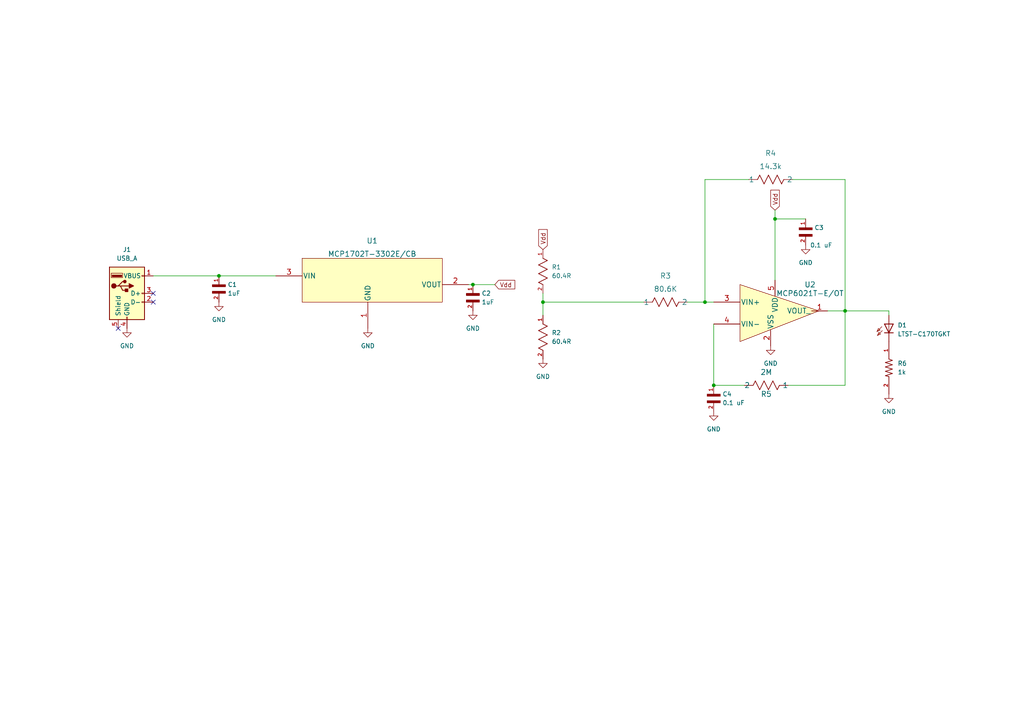
<source format=kicad_sch>
(kicad_sch (version 20211123) (generator eeschema)

  (uuid 1ae9d0b4-55b2-4766-adef-862ee0d7ae67)

  (paper "A4")

  (lib_symbols
    (symbol "1_Miniproject1_library:0.1 uF" (pin_names (offset 1.016) hide) (in_bom yes) (on_board yes)
      (property "Reference" "C" (id 0) (at 0 3.81 0)
        (effects (font (size 1.27 1.27)) (justify left bottom))
      )
      (property "Value" "0.1 uF" (id 1) (at 0 -5.08 0)
        (effects (font (size 1.27 1.27)) (justify left bottom))
      )
      (property "Footprint" "CAPC1608X90" (id 2) (at 0 0 0)
        (effects (font (size 1.27 1.27)) (justify left bottom) hide)
      )
      (property "Datasheet" "" (id 3) (at 0 0 0)
        (effects (font (size 1.27 1.27)) (justify left bottom) hide)
      )
      (property "ki_locked" "" (id 4) (at 0 0 0)
        (effects (font (size 1.27 1.27)))
      )
      (symbol "0.1 uF_0_0"
        (rectangle (start 0 -1.905) (end 0.635 1.905)
          (stroke (width 0) (type default) (color 0 0 0 0))
          (fill (type outline))
        )
        (rectangle (start 1.905 -1.905) (end 2.54 1.905)
          (stroke (width 0) (type default) (color 0 0 0 0))
          (fill (type outline))
        )
        (pin passive line (at 5.08 0 180) (length 2.54)
          (name "~" (effects (font (size 1.016 1.016))))
          (number "1" (effects (font (size 1.016 1.016))))
        )
        (pin passive line (at -2.54 0 0) (length 2.54)
          (name "~" (effects (font (size 1.016 1.016))))
          (number "2" (effects (font (size 1.016 1.016))))
        )
      )
    )
    (symbol "1_Miniproject1_library:14.3k" (pin_numbers hide) (pin_names (offset -2.54)) (in_bom yes) (on_board yes)
      (property "Reference" "R" (id 0) (at 5.715 3.81 0)
        (effects (font (size 1.524 1.524)))
      )
      (property "Value" "14.3k" (id 1) (at 6.35 -6.985 0)
        (effects (font (size 1.524 1.524)))
      )
      (property "Footprint" "RC0603N_YAG" (id 2) (at 6.35 -8.509 0)
        (effects (font (size 1.524 1.524)) hide)
      )
      (property "Datasheet" "" (id 3) (at 0 0 0)
        (effects (font (size 1.524 1.524)))
      )
      (property "ki_locked" "" (id 4) (at 0 0 0)
        (effects (font (size 1.27 1.27)))
      )
      (property "ki_fp_filters" "RC0603N_YAG RC0603N_YAG-M RC0603N_YAG-L" (id 5) (at 0 0 0)
        (effects (font (size 1.27 1.27)) hide)
      )
      (symbol "14.3k_1_1"
        (polyline
          (pts
            (xy 2.54 0)
            (xy 3.175 1.27)
          )
          (stroke (width 0.2032) (type default) (color 0 0 0 0))
          (fill (type none))
        )
        (polyline
          (pts
            (xy 3.175 1.27)
            (xy 4.445 -1.27)
          )
          (stroke (width 0.2032) (type default) (color 0 0 0 0))
          (fill (type none))
        )
        (polyline
          (pts
            (xy 4.445 -1.27)
            (xy 5.715 1.27)
          )
          (stroke (width 0.2032) (type default) (color 0 0 0 0))
          (fill (type none))
        )
        (polyline
          (pts
            (xy 5.715 1.27)
            (xy 6.985 -1.27)
          )
          (stroke (width 0.2032) (type default) (color 0 0 0 0))
          (fill (type none))
        )
        (polyline
          (pts
            (xy 6.985 -1.27)
            (xy 8.255 1.27)
          )
          (stroke (width 0.2032) (type default) (color 0 0 0 0))
          (fill (type none))
        )
        (polyline
          (pts
            (xy 8.255 1.27)
            (xy 9.525 -1.27)
          )
          (stroke (width 0.2032) (type default) (color 0 0 0 0))
          (fill (type none))
        )
        (polyline
          (pts
            (xy 9.525 -1.27)
            (xy 10.16 0)
          )
          (stroke (width 0.2032) (type default) (color 0 0 0 0))
          (fill (type none))
        )
        (pin unspecified line (at 12.7 0 180) (length 2.54)
          (name "1" (effects (font (size 1.4986 1.4986))))
          (number "1" (effects (font (size 1.4986 1.4986))))
        )
        (pin unspecified line (at 0 0 0) (length 2.54)
          (name "2" (effects (font (size 1.4986 1.4986))))
          (number "2" (effects (font (size 1.4986 1.4986))))
        )
      )
    )
    (symbol "1_Miniproject1_library:1k" (pin_names (offset 1.016) hide) (in_bom yes) (on_board yes)
      (property "Reference" "R" (id 0) (at -3.81 1.4986 0)
        (effects (font (size 1.27 1.27)) (justify left bottom))
      )
      (property "Value" "1k" (id 1) (at -3.81 -3.302 0)
        (effects (font (size 1.27 1.27)) (justify left bottom))
      )
      (property "Footprint" "RESC1607X60N" (id 2) (at 0 0 0)
        (effects (font (size 1.27 1.27)) (justify left bottom) hide)
      )
      (property "Datasheet" "" (id 3) (at 0 0 0)
        (effects (font (size 1.27 1.27)) (justify left bottom) hide)
      )
      (property "ki_locked" "" (id 4) (at 0 0 0)
        (effects (font (size 1.27 1.27)))
      )
      (symbol "1k_0_0"
        (polyline
          (pts
            (xy -2.54 0)
            (xy -2.159 1.016)
          )
          (stroke (width 0.2032) (type default) (color 0 0 0 0))
          (fill (type none))
        )
        (polyline
          (pts
            (xy -2.159 1.016)
            (xy -1.524 -1.016)
          )
          (stroke (width 0.2032) (type default) (color 0 0 0 0))
          (fill (type none))
        )
        (polyline
          (pts
            (xy -1.524 -1.016)
            (xy -0.889 1.016)
          )
          (stroke (width 0.2032) (type default) (color 0 0 0 0))
          (fill (type none))
        )
        (polyline
          (pts
            (xy -0.889 1.016)
            (xy -0.254 -1.016)
          )
          (stroke (width 0.2032) (type default) (color 0 0 0 0))
          (fill (type none))
        )
        (polyline
          (pts
            (xy -0.254 -1.016)
            (xy 0.381 1.016)
          )
          (stroke (width 0.2032) (type default) (color 0 0 0 0))
          (fill (type none))
        )
        (polyline
          (pts
            (xy 0.381 1.016)
            (xy 1.016 -1.016)
          )
          (stroke (width 0.2032) (type default) (color 0 0 0 0))
          (fill (type none))
        )
        (polyline
          (pts
            (xy 1.016 -1.016)
            (xy 1.651 1.016)
          )
          (stroke (width 0.2032) (type default) (color 0 0 0 0))
          (fill (type none))
        )
        (polyline
          (pts
            (xy 1.651 1.016)
            (xy 2.286 -1.016)
          )
          (stroke (width 0.2032) (type default) (color 0 0 0 0))
          (fill (type none))
        )
        (polyline
          (pts
            (xy 2.286 -1.016)
            (xy 2.54 0)
          )
          (stroke (width 0.2032) (type default) (color 0 0 0 0))
          (fill (type none))
        )
        (pin passive line (at -7.62 0 0) (length 5.08)
          (name "~" (effects (font (size 1.016 1.016))))
          (number "1" (effects (font (size 1.016 1.016))))
        )
        (pin passive line (at 7.62 0 180) (length 5.08)
          (name "~" (effects (font (size 1.016 1.016))))
          (number "2" (effects (font (size 1.016 1.016))))
        )
      )
    )
    (symbol "1_Miniproject1_library:1uF" (pin_names (offset 1.016) hide) (in_bom yes) (on_board yes)
      (property "Reference" "C" (id 0) (at 0 3.81 0)
        (effects (font (size 1.27 1.27)) (justify left bottom))
      )
      (property "Value" "1uF" (id 1) (at 0 -5.08 0)
        (effects (font (size 1.27 1.27)) (justify left bottom))
      )
      (property "Footprint" "CAPC1608X90" (id 2) (at 0 0 0)
        (effects (font (size 1.27 1.27)) (justify left bottom) hide)
      )
      (property "Datasheet" "" (id 3) (at 0 0 0)
        (effects (font (size 1.27 1.27)) (justify left bottom) hide)
      )
      (property "ki_locked" "" (id 4) (at 0 0 0)
        (effects (font (size 1.27 1.27)))
      )
      (symbol "1uF_0_0"
        (rectangle (start 0 -1.905) (end 0.635 1.905)
          (stroke (width 0) (type default) (color 0 0 0 0))
          (fill (type outline))
        )
        (rectangle (start 1.905 -1.905) (end 2.54 1.905)
          (stroke (width 0) (type default) (color 0 0 0 0))
          (fill (type outline))
        )
        (pin passive line (at 5.08 0 180) (length 2.54)
          (name "~" (effects (font (size 1.016 1.016))))
          (number "1" (effects (font (size 1.016 1.016))))
        )
        (pin passive line (at -2.54 0 0) (length 2.54)
          (name "~" (effects (font (size 1.016 1.016))))
          (number "2" (effects (font (size 1.016 1.016))))
        )
      )
    )
    (symbol "1_Miniproject1_library:2M" (pin_numbers hide) (pin_names (offset -2.54)) (in_bom yes) (on_board yes)
      (property "Reference" "R" (id 0) (at 5.715 3.81 0)
        (effects (font (size 1.524 1.524)))
      )
      (property "Value" "2M" (id 1) (at 6.35 -6.985 0)
        (effects (font (size 1.524 1.524)))
      )
      (property "Footprint" "RC0603N_YAG" (id 2) (at 6.35 -8.509 0)
        (effects (font (size 1.524 1.524)) hide)
      )
      (property "Datasheet" "" (id 3) (at 0 0 0)
        (effects (font (size 1.524 1.524)))
      )
      (property "ki_locked" "" (id 4) (at 0 0 0)
        (effects (font (size 1.27 1.27)))
      )
      (property "ki_fp_filters" "RC0603N_YAG RC0603N_YAG-M RC0603N_YAG-L" (id 5) (at 0 0 0)
        (effects (font (size 1.27 1.27)) hide)
      )
      (symbol "2M_1_1"
        (polyline
          (pts
            (xy 2.54 0)
            (xy 3.175 1.27)
          )
          (stroke (width 0.2032) (type default) (color 0 0 0 0))
          (fill (type none))
        )
        (polyline
          (pts
            (xy 3.175 1.27)
            (xy 4.445 -1.27)
          )
          (stroke (width 0.2032) (type default) (color 0 0 0 0))
          (fill (type none))
        )
        (polyline
          (pts
            (xy 4.445 -1.27)
            (xy 5.715 1.27)
          )
          (stroke (width 0.2032) (type default) (color 0 0 0 0))
          (fill (type none))
        )
        (polyline
          (pts
            (xy 5.715 1.27)
            (xy 6.985 -1.27)
          )
          (stroke (width 0.2032) (type default) (color 0 0 0 0))
          (fill (type none))
        )
        (polyline
          (pts
            (xy 6.985 -1.27)
            (xy 8.255 1.27)
          )
          (stroke (width 0.2032) (type default) (color 0 0 0 0))
          (fill (type none))
        )
        (polyline
          (pts
            (xy 8.255 1.27)
            (xy 9.525 -1.27)
          )
          (stroke (width 0.2032) (type default) (color 0 0 0 0))
          (fill (type none))
        )
        (polyline
          (pts
            (xy 9.525 -1.27)
            (xy 10.16 0)
          )
          (stroke (width 0.2032) (type default) (color 0 0 0 0))
          (fill (type none))
        )
        (pin unspecified line (at 12.7 0 180) (length 2.54)
          (name "1" (effects (font (size 1.4986 1.4986))))
          (number "1" (effects (font (size 1.4986 1.4986))))
        )
        (pin unspecified line (at 0 0 0) (length 2.54)
          (name "2" (effects (font (size 1.4986 1.4986))))
          (number "2" (effects (font (size 1.4986 1.4986))))
        )
      )
    )
    (symbol "1_Miniproject1_library:60.4R" (pin_names (offset 1.016) hide) (in_bom yes) (on_board yes)
      (property "Reference" "R" (id 0) (at 0.9906 2.7686 0)
        (effects (font (size 1.27 1.27)) (justify left bottom))
      )
      (property "Value" "60.4R" (id 1) (at 5.08 -3.81 0)
        (effects (font (size 1.27 1.27)) (justify left bottom))
      )
      (property "Footprint" "RESC1608X60N" (id 2) (at 0 0 0)
        (effects (font (size 1.27 1.27)) (justify left bottom) hide)
      )
      (property "Datasheet" "" (id 3) (at 0 0 0)
        (effects (font (size 1.27 1.27)) (justify left bottom) hide)
      )
      (property "SUPPLIER" "Yageo" (id 4) (at 0 0 0)
        (effects (font (size 1.27 1.27)) (justify left bottom) hide)
      )
      (property "TOLERANCE" "±1%" (id 5) (at 0 0 0)
        (effects (font (size 1.27 1.27)) (justify left bottom) hide)
      )
      (property "VALUE" "60.4 Ohms" (id 6) (at 0 0 0)
        (effects (font (size 1.27 1.27)) (justify left bottom) hide)
      )
      (property "WATTAGE" "1/10 W" (id 7) (at 0 0 0)
        (effects (font (size 1.27 1.27)) (justify left bottom) hide)
      )
      (property "MPN" "RC0603FR-0760R4L" (id 8) (at 0 0 0)
        (effects (font (size 1.27 1.27)) (justify left bottom) hide)
      )
      (property "OC_NEWARK" "73P9549" (id 9) (at 0 0 0)
        (effects (font (size 1.27 1.27)) (justify left bottom) hide)
      )
      (property "OC_FARNELL" "-" (id 10) (at 0 0 0)
        (effects (font (size 1.27 1.27)) (justify left bottom) hide)
      )
      (property "ki_locked" "" (id 11) (at 0 0 0)
        (effects (font (size 1.27 1.27)))
      )
      (symbol "60.4R_0_0"
        (polyline
          (pts
            (xy 2.54 0)
            (xy 3.175 1.27)
          )
          (stroke (width 0.2032) (type default) (color 0 0 0 0))
          (fill (type none))
        )
        (polyline
          (pts
            (xy 3.175 1.27)
            (xy 4.445 -1.27)
          )
          (stroke (width 0.2032) (type default) (color 0 0 0 0))
          (fill (type none))
        )
        (polyline
          (pts
            (xy 4.445 -1.27)
            (xy 5.715 1.27)
          )
          (stroke (width 0.2032) (type default) (color 0 0 0 0))
          (fill (type none))
        )
        (polyline
          (pts
            (xy 5.715 1.27)
            (xy 6.985 -1.27)
          )
          (stroke (width 0.2032) (type default) (color 0 0 0 0))
          (fill (type none))
        )
        (polyline
          (pts
            (xy 6.985 -1.27)
            (xy 8.255 1.27)
          )
          (stroke (width 0.2032) (type default) (color 0 0 0 0))
          (fill (type none))
        )
        (polyline
          (pts
            (xy 8.255 1.27)
            (xy 9.525 -1.27)
          )
          (stroke (width 0.2032) (type default) (color 0 0 0 0))
          (fill (type none))
        )
        (polyline
          (pts
            (xy 9.525 -1.27)
            (xy 10.16 0)
          )
          (stroke (width 0.2032) (type default) (color 0 0 0 0))
          (fill (type none))
        )
        (pin passive line (at 12.7 0 180) (length 2.54)
          (name "~" (effects (font (size 1.016 1.016))))
          (number "1" (effects (font (size 1.016 1.016))))
        )
        (pin passive line (at 0 0 0) (length 2.54)
          (name "~" (effects (font (size 1.016 1.016))))
          (number "2" (effects (font (size 1.016 1.016))))
        )
      )
    )
    (symbol "1_Miniproject1_library:80.6K" (pin_numbers hide) (pin_names (offset -2.54)) (in_bom yes) (on_board yes)
      (property "Reference" "R" (id 0) (at 5.715 3.81 0)
        (effects (font (size 1.524 1.524)))
      )
      (property "Value" "80.6K" (id 1) (at 6.35 -6.985 0)
        (effects (font (size 1.524 1.524)))
      )
      (property "Footprint" "RC0603N_YAG" (id 2) (at 6.35 -8.509 0)
        (effects (font (size 1.524 1.524)) hide)
      )
      (property "Datasheet" "" (id 3) (at 0 0 0)
        (effects (font (size 1.524 1.524)))
      )
      (property "ki_locked" "" (id 4) (at 0 0 0)
        (effects (font (size 1.27 1.27)))
      )
      (property "ki_fp_filters" "RC0603N_YAG RC0603N_YAG-M RC0603N_YAG-L" (id 5) (at 0 0 0)
        (effects (font (size 1.27 1.27)) hide)
      )
      (symbol "80.6K_1_1"
        (polyline
          (pts
            (xy 2.54 0)
            (xy 3.175 1.27)
          )
          (stroke (width 0.2032) (type default) (color 0 0 0 0))
          (fill (type none))
        )
        (polyline
          (pts
            (xy 3.175 1.27)
            (xy 4.445 -1.27)
          )
          (stroke (width 0.2032) (type default) (color 0 0 0 0))
          (fill (type none))
        )
        (polyline
          (pts
            (xy 4.445 -1.27)
            (xy 5.715 1.27)
          )
          (stroke (width 0.2032) (type default) (color 0 0 0 0))
          (fill (type none))
        )
        (polyline
          (pts
            (xy 5.715 1.27)
            (xy 6.985 -1.27)
          )
          (stroke (width 0.2032) (type default) (color 0 0 0 0))
          (fill (type none))
        )
        (polyline
          (pts
            (xy 6.985 -1.27)
            (xy 8.255 1.27)
          )
          (stroke (width 0.2032) (type default) (color 0 0 0 0))
          (fill (type none))
        )
        (polyline
          (pts
            (xy 8.255 1.27)
            (xy 9.525 -1.27)
          )
          (stroke (width 0.2032) (type default) (color 0 0 0 0))
          (fill (type none))
        )
        (polyline
          (pts
            (xy 9.525 -1.27)
            (xy 10.16 0)
          )
          (stroke (width 0.2032) (type default) (color 0 0 0 0))
          (fill (type none))
        )
        (pin unspecified line (at 12.7 0 180) (length 2.54)
          (name "1" (effects (font (size 1.4986 1.4986))))
          (number "1" (effects (font (size 1.4986 1.4986))))
        )
        (pin unspecified line (at 0 0 0) (length 2.54)
          (name "2" (effects (font (size 1.4986 1.4986))))
          (number "2" (effects (font (size 1.4986 1.4986))))
        )
      )
    )
    (symbol "1_Miniproject1_library:LTST-C170TGKT" (pin_numbers hide) (pin_names (offset 1.016) hide) (in_bom yes) (on_board yes)
      (property "Reference" "D" (id 0) (at -2.032 4.064 0)
        (effects (font (size 1.27 1.27)) (justify left bottom))
      )
      (property "Value" "LTST-C170TGKT" (id 1) (at -2.032 -5.7404 0)
        (effects (font (size 1.27 1.27)) (justify left bottom))
      )
      (property "Footprint" "DIOC200X125X110" (id 2) (at 0 0 0)
        (effects (font (size 1.27 1.27)) (justify left bottom) hide)
      )
      (property "Datasheet" "" (id 3) (at 0 0 0)
        (effects (font (size 1.27 1.27)) (justify left bottom) hide)
      )
      (property "MANUFACTURER" "LiteOn" (id 4) (at 0 0 0)
        (effects (font (size 1.27 1.27)) (justify left bottom) hide)
      )
      (property "ki_locked" "" (id 5) (at 0 0 0)
        (effects (font (size 1.27 1.27)))
      )
      (symbol "LTST-C170TGKT_0_0"
        (polyline
          (pts
            (xy 0 -1.27)
            (xy 0 0)
          )
          (stroke (width 0.254) (type default) (color 0 0 0 0))
          (fill (type none))
        )
        (polyline
          (pts
            (xy 0 0)
            (xy 0 1.27)
          )
          (stroke (width 0.254) (type default) (color 0 0 0 0))
          (fill (type none))
        )
        (polyline
          (pts
            (xy 0 0)
            (xy 2.54 1.27)
          )
          (stroke (width 0.254) (type default) (color 0 0 0 0))
          (fill (type none))
        )
        (polyline
          (pts
            (xy 0.635 1.905)
            (xy -0.762 3.302)
          )
          (stroke (width 0.1524) (type default) (color 0 0 0 0))
          (fill (type none))
        )
        (polyline
          (pts
            (xy 1.778 2.032)
            (xy 0.381 3.429)
          )
          (stroke (width 0.1524) (type default) (color 0 0 0 0))
          (fill (type none))
        )
        (polyline
          (pts
            (xy 2.54 -1.27)
            (xy 0 0)
          )
          (stroke (width 0.254) (type default) (color 0 0 0 0))
          (fill (type none))
        )
        (polyline
          (pts
            (xy 2.54 -1.27)
            (xy 2.54 0)
          )
          (stroke (width 0.254) (type default) (color 0 0 0 0))
          (fill (type none))
        )
        (polyline
          (pts
            (xy 2.54 0)
            (xy 0 0)
          )
          (stroke (width 0.1524) (type default) (color 0 0 0 0))
          (fill (type none))
        )
        (polyline
          (pts
            (xy 2.54 0)
            (xy 2.54 1.27)
          )
          (stroke (width 0.254) (type default) (color 0 0 0 0))
          (fill (type none))
        )
        (polyline
          (pts
            (xy -0.762 3.302)
            (xy 0.127 2.921)
            (xy -0.381 2.413)
            (xy -0.762 3.302)
          )
          (stroke (width 0.1524) (type default) (color 0 0 0 0))
          (fill (type background))
        )
        (polyline
          (pts
            (xy 0.381 3.429)
            (xy 1.27 3.048)
            (xy 0.762 2.54)
            (xy 0.381 3.429)
          )
          (stroke (width 0.1524) (type default) (color 0 0 0 0))
          (fill (type background))
        )
        (pin passive line (at 5.08 0 180) (length 2.54)
          (name "~" (effects (font (size 1.016 1.016))))
          (number "+" (effects (font (size 1.016 1.016))))
        )
        (pin passive line (at -2.54 0 0) (length 2.54)
          (name "~" (effects (font (size 1.016 1.016))))
          (number "-" (effects (font (size 1.016 1.016))))
        )
      )
    )
    (symbol "1_Miniproject1_library:MCP1702T-3302E{brace}slash}CB" (pin_names (offset 0.254)) (in_bom yes) (on_board yes)
      (property "Reference" "U" (id 0) (at 27.94 10.16 0)
        (effects (font (size 1.524 1.524)))
      )
      (property "Value" "MCP1702T-3302E{brace}slash}CB" (id 1) (at 27.94 7.62 0)
        (effects (font (size 1.524 1.524)))
      )
      (property "Footprint" "SOT-23A_MC_MCH" (id 2) (at 27.94 6.096 0)
        (effects (font (size 1.524 1.524)) hide)
      )
      (property "Datasheet" "" (id 3) (at 0 0 0)
        (effects (font (size 1.524 1.524)))
      )
      (property "ki_locked" "" (id 4) (at 0 0 0)
        (effects (font (size 1.27 1.27)))
      )
      (property "ki_fp_filters" "SOT-23A_MC_MCH SOT-23A_MC_MCH-M SOT-23A_MC_MCH-L" (id 5) (at 0 0 0)
        (effects (font (size 1.27 1.27)) hide)
      )
      (symbol "MCP1702T-3302E{brace}slash}CB_1_1"
        (polyline
          (pts
            (xy 7.62 5.08)
            (xy 7.62 -7.62)
            (xy 48.26 -7.62)
            (xy 48.26 5.08)
            (xy 7.62 5.08)
          )
          (stroke (width 0) (type default) (color 0 0 0 0))
          (fill (type background))
        )
        (pin unspecified line (at 26.67 -15.24 90) (length 7.62)
          (name "GND" (effects (font (size 1.4986 1.4986))))
          (number "1" (effects (font (size 1.4986 1.4986))))
        )
        (pin unspecified line (at 55.88 -2.54 180) (length 7.62)
          (name "VOUT" (effects (font (size 1.4986 1.4986))))
          (number "2" (effects (font (size 1.4986 1.4986))))
        )
        (pin unspecified line (at 0 0 0) (length 7.62)
          (name "VIN" (effects (font (size 1.4986 1.4986))))
          (number "3" (effects (font (size 1.4986 1.4986))))
        )
      )
    )
    (symbol "1_Miniproject1_library:MCP6021T-E{brace}slash}OT" (pin_names (offset 0.254)) (in_bom yes) (on_board yes)
      (property "Reference" "U" (id 0) (at 25.4 5.08 0)
        (effects (font (size 1.524 1.524)))
      )
      (property "Value" "MCP6021T-E{brace}slash}OT" (id 1) (at 22.86 24.13 0)
        (effects (font (size 1.524 1.524)))
      )
      (property "Footprint" "SOT-23-5_MC_MCH" (id 2) (at 21.59 21.59 0)
        (effects (font (size 1.524 1.524)) hide)
      )
      (property "Datasheet" "" (id 3) (at 0 0 0)
        (effects (font (size 1.524 1.524)))
      )
      (property "ki_locked" "" (id 4) (at 0 0 0)
        (effects (font (size 1.27 1.27)))
      )
      (property "ki_fp_filters" "SOT-23-5_MC_MCH SOT-23-5_MC_MCH-M SOT-23-5_MC_MCH-L" (id 5) (at 0 0 0)
        (effects (font (size 1.27 1.27)) hide)
      )
      (symbol "MCP6021T-E{brace}slash}OT_1_1"
        (polyline
          (pts
            (xy 11.43 7.62)
            (xy 11.43 -6.35)
            (xy 11.43 -8.89)
            (xy 34.29 0)
            (xy 11.43 7.62)
          )
          (stroke (width 0) (type default) (color 0 0 0 0))
          (fill (type background))
        )
        (pin unspecified line (at 36.83 0 180) (length 4.62)
          (name "VOUT_" (effects (font (size 1.4986 1.4986))))
          (number "1" (effects (font (size 1.4986 1.4986))))
        )
        (pin unspecified line (at 20.32 -10.16 90) (length 4.62)
          (name "VSS" (effects (font (size 1.4986 1.4986))))
          (number "2" (effects (font (size 1.4986 1.4986))))
        )
        (pin unspecified line (at 3.81 2.54 0) (length 7.62)
          (name "VIN+" (effects (font (size 1.4986 1.4986))))
          (number "3" (effects (font (size 1.4986 1.4986))))
        )
        (pin unspecified line (at 3.81 -3.81 0) (length 7.62)
          (name "VIN-" (effects (font (size 1.4986 1.4986))))
          (number "4" (effects (font (size 1.4986 1.4986))))
        )
        (pin unspecified line (at 21.59 8.89 270) (length 4.62)
          (name "VDD" (effects (font (size 1.4986 1.4986))))
          (number "5" (effects (font (size 1.4986 1.4986))))
        )
      )
    )
    (symbol "60.4R_1" (pin_names (offset 1.016) hide) (in_bom yes) (on_board yes)
      (property "Reference" "R" (id 0) (at 0.9906 2.7686 0)
        (effects (font (size 1.27 1.27)) (justify left bottom))
      )
      (property "Value" "60.4R_1" (id 1) (at 5.08 -3.81 0)
        (effects (font (size 1.27 1.27)) (justify left bottom))
      )
      (property "Footprint" "RESC1608X60N" (id 2) (at 0 0 0)
        (effects (font (size 1.27 1.27)) (justify left bottom) hide)
      )
      (property "Datasheet" "" (id 3) (at 0 0 0)
        (effects (font (size 1.27 1.27)) (justify left bottom) hide)
      )
      (property "SUPPLIER" "Yageo" (id 4) (at 0 0 0)
        (effects (font (size 1.27 1.27)) (justify left bottom) hide)
      )
      (property "TOLERANCE" "±1%" (id 5) (at 0 0 0)
        (effects (font (size 1.27 1.27)) (justify left bottom) hide)
      )
      (property "VALUE" "60.4 Ohms" (id 6) (at 0 0 0)
        (effects (font (size 1.27 1.27)) (justify left bottom) hide)
      )
      (property "WATTAGE" "1/10 W" (id 7) (at 0 0 0)
        (effects (font (size 1.27 1.27)) (justify left bottom) hide)
      )
      (property "MPN" "RC0603FR-0760R4L" (id 8) (at 0 0 0)
        (effects (font (size 1.27 1.27)) (justify left bottom) hide)
      )
      (property "OC_NEWARK" "73P9549" (id 9) (at 0 0 0)
        (effects (font (size 1.27 1.27)) (justify left bottom) hide)
      )
      (property "OC_FARNELL" "-" (id 10) (at 0 0 0)
        (effects (font (size 1.27 1.27)) (justify left bottom) hide)
      )
      (property "ki_locked" "" (id 11) (at 0 0 0)
        (effects (font (size 1.27 1.27)))
      )
      (symbol "60.4R_1_0_0"
        (polyline
          (pts
            (xy 2.54 0)
            (xy 3.175 1.27)
          )
          (stroke (width 0.2032) (type default) (color 0 0 0 0))
          (fill (type none))
        )
        (polyline
          (pts
            (xy 3.175 1.27)
            (xy 4.445 -1.27)
          )
          (stroke (width 0.2032) (type default) (color 0 0 0 0))
          (fill (type none))
        )
        (polyline
          (pts
            (xy 4.445 -1.27)
            (xy 5.715 1.27)
          )
          (stroke (width 0.2032) (type default) (color 0 0 0 0))
          (fill (type none))
        )
        (polyline
          (pts
            (xy 5.715 1.27)
            (xy 6.985 -1.27)
          )
          (stroke (width 0.2032) (type default) (color 0 0 0 0))
          (fill (type none))
        )
        (polyline
          (pts
            (xy 6.985 -1.27)
            (xy 8.255 1.27)
          )
          (stroke (width 0.2032) (type default) (color 0 0 0 0))
          (fill (type none))
        )
        (polyline
          (pts
            (xy 8.255 1.27)
            (xy 9.525 -1.27)
          )
          (stroke (width 0.2032) (type default) (color 0 0 0 0))
          (fill (type none))
        )
        (polyline
          (pts
            (xy 9.525 -1.27)
            (xy 10.16 0)
          )
          (stroke (width 0.2032) (type default) (color 0 0 0 0))
          (fill (type none))
        )
        (pin passive line (at 12.7 0 180) (length 2.54)
          (name "~" (effects (font (size 1.016 1.016))))
          (number "1" (effects (font (size 1.016 1.016))))
        )
        (pin passive line (at 0 0 0) (length 2.54)
          (name "~" (effects (font (size 1.016 1.016))))
          (number "2" (effects (font (size 1.016 1.016))))
        )
      )
    )
    (symbol "Connector:USB_A" (pin_names (offset 1.016)) (in_bom yes) (on_board yes)
      (property "Reference" "J" (id 0) (at -5.08 11.43 0)
        (effects (font (size 1.27 1.27)) (justify left))
      )
      (property "Value" "USB_A" (id 1) (at -5.08 8.89 0)
        (effects (font (size 1.27 1.27)) (justify left))
      )
      (property "Footprint" "" (id 2) (at 3.81 -1.27 0)
        (effects (font (size 1.27 1.27)) hide)
      )
      (property "Datasheet" " ~" (id 3) (at 3.81 -1.27 0)
        (effects (font (size 1.27 1.27)) hide)
      )
      (property "ki_keywords" "connector USB" (id 4) (at 0 0 0)
        (effects (font (size 1.27 1.27)) hide)
      )
      (property "ki_description" "USB Type A connector" (id 5) (at 0 0 0)
        (effects (font (size 1.27 1.27)) hide)
      )
      (property "ki_fp_filters" "USB*" (id 6) (at 0 0 0)
        (effects (font (size 1.27 1.27)) hide)
      )
      (symbol "USB_A_0_1"
        (rectangle (start -5.08 -7.62) (end 5.08 7.62)
          (stroke (width 0.254) (type default) (color 0 0 0 0))
          (fill (type background))
        )
        (circle (center -3.81 2.159) (radius 0.635)
          (stroke (width 0.254) (type default) (color 0 0 0 0))
          (fill (type outline))
        )
        (rectangle (start -1.524 4.826) (end -4.318 5.334)
          (stroke (width 0) (type default) (color 0 0 0 0))
          (fill (type outline))
        )
        (rectangle (start -1.27 4.572) (end -4.572 5.842)
          (stroke (width 0) (type default) (color 0 0 0 0))
          (fill (type none))
        )
        (circle (center -0.635 3.429) (radius 0.381)
          (stroke (width 0.254) (type default) (color 0 0 0 0))
          (fill (type outline))
        )
        (rectangle (start -0.127 -7.62) (end 0.127 -6.858)
          (stroke (width 0) (type default) (color 0 0 0 0))
          (fill (type none))
        )
        (polyline
          (pts
            (xy -3.175 2.159)
            (xy -2.54 2.159)
            (xy -1.27 3.429)
            (xy -0.635 3.429)
          )
          (stroke (width 0.254) (type default) (color 0 0 0 0))
          (fill (type none))
        )
        (polyline
          (pts
            (xy -2.54 2.159)
            (xy -1.905 2.159)
            (xy -1.27 0.889)
            (xy 0 0.889)
          )
          (stroke (width 0.254) (type default) (color 0 0 0 0))
          (fill (type none))
        )
        (polyline
          (pts
            (xy 0.635 2.794)
            (xy 0.635 1.524)
            (xy 1.905 2.159)
            (xy 0.635 2.794)
          )
          (stroke (width 0.254) (type default) (color 0 0 0 0))
          (fill (type outline))
        )
        (rectangle (start 0.254 1.27) (end -0.508 0.508)
          (stroke (width 0.254) (type default) (color 0 0 0 0))
          (fill (type outline))
        )
        (rectangle (start 5.08 -2.667) (end 4.318 -2.413)
          (stroke (width 0) (type default) (color 0 0 0 0))
          (fill (type none))
        )
        (rectangle (start 5.08 -0.127) (end 4.318 0.127)
          (stroke (width 0) (type default) (color 0 0 0 0))
          (fill (type none))
        )
        (rectangle (start 5.08 4.953) (end 4.318 5.207)
          (stroke (width 0) (type default) (color 0 0 0 0))
          (fill (type none))
        )
      )
      (symbol "USB_A_1_1"
        (polyline
          (pts
            (xy -1.905 2.159)
            (xy 0.635 2.159)
          )
          (stroke (width 0.254) (type default) (color 0 0 0 0))
          (fill (type none))
        )
        (pin power_in line (at 7.62 5.08 180) (length 2.54)
          (name "VBUS" (effects (font (size 1.27 1.27))))
          (number "1" (effects (font (size 1.27 1.27))))
        )
        (pin bidirectional line (at 7.62 -2.54 180) (length 2.54)
          (name "D-" (effects (font (size 1.27 1.27))))
          (number "2" (effects (font (size 1.27 1.27))))
        )
        (pin bidirectional line (at 7.62 0 180) (length 2.54)
          (name "D+" (effects (font (size 1.27 1.27))))
          (number "3" (effects (font (size 1.27 1.27))))
        )
        (pin power_in line (at 0 -10.16 90) (length 2.54)
          (name "GND" (effects (font (size 1.27 1.27))))
          (number "4" (effects (font (size 1.27 1.27))))
        )
        (pin passive line (at -2.54 -10.16 90) (length 2.54)
          (name "Shield" (effects (font (size 1.27 1.27))))
          (number "5" (effects (font (size 1.27 1.27))))
        )
      )
    )
    (symbol "power:GND" (power) (pin_names (offset 0)) (in_bom yes) (on_board yes)
      (property "Reference" "#PWR" (id 0) (at 0 -6.35 0)
        (effects (font (size 1.27 1.27)) hide)
      )
      (property "Value" "GND" (id 1) (at 0 -3.81 0)
        (effects (font (size 1.27 1.27)))
      )
      (property "Footprint" "" (id 2) (at 0 0 0)
        (effects (font (size 1.27 1.27)) hide)
      )
      (property "Datasheet" "" (id 3) (at 0 0 0)
        (effects (font (size 1.27 1.27)) hide)
      )
      (property "ki_keywords" "power-flag" (id 4) (at 0 0 0)
        (effects (font (size 1.27 1.27)) hide)
      )
      (property "ki_description" "Power symbol creates a global label with name \"GND\" , ground" (id 5) (at 0 0 0)
        (effects (font (size 1.27 1.27)) hide)
      )
      (symbol "GND_0_1"
        (polyline
          (pts
            (xy 0 0)
            (xy 0 -1.27)
            (xy 1.27 -1.27)
            (xy 0 -2.54)
            (xy -1.27 -1.27)
            (xy 0 -1.27)
          )
          (stroke (width 0) (type default) (color 0 0 0 0))
          (fill (type none))
        )
      )
      (symbol "GND_1_1"
        (pin power_in line (at 0 0 270) (length 0) hide
          (name "GND" (effects (font (size 1.27 1.27))))
          (number "1" (effects (font (size 1.27 1.27))))
        )
      )
    )
  )

  (junction (at 245.11 90.17) (diameter 0) (color 0 0 0 0)
    (uuid 21b1dbc1-f761-4b60-8af1-0c148b3a6300)
  )
  (junction (at 207.01 111.76) (diameter 0) (color 0 0 0 0)
    (uuid 279164c8-105e-498f-9b6b-57b04ab6c8bf)
  )
  (junction (at 224.79 63.5) (diameter 0) (color 0 0 0 0)
    (uuid 3acce7bb-5ce2-4733-8633-25376c75ebd7)
  )
  (junction (at 137.16 82.55) (diameter 0) (color 0 0 0 0)
    (uuid c71acfd6-73f7-497e-a160-3fec97f031ca)
  )
  (junction (at 63.5 80.01) (diameter 0) (color 0 0 0 0)
    (uuid ce313c48-e74a-4f27-a09d-f534e9821a09)
  )
  (junction (at 204.47 87.63) (diameter 0) (color 0 0 0 0)
    (uuid d5b69557-ea2a-4e09-9656-f520e1ba9061)
  )
  (junction (at 157.48 87.63) (diameter 0) (color 0 0 0 0)
    (uuid f5789fd7-6206-4ef2-858c-5719fef19d3b)
  )

  (no_connect (at 34.29 95.25) (uuid a81dfa1b-269a-4c84-8a28-a7aa7d9d88da))
  (no_connect (at 44.45 87.63) (uuid a81dfa1b-269a-4c84-8a28-a7aa7d9d88db))
  (no_connect (at 44.45 85.09) (uuid a81dfa1b-269a-4c84-8a28-a7aa7d9d88dc))

  (wire (pts (xy 157.48 87.63) (xy 157.48 91.44))
    (stroke (width 0) (type default) (color 0 0 0 0))
    (uuid 040150e5-ca13-4082-9e5b-33e20b629adb)
  )
  (wire (pts (xy 204.47 52.07) (xy 204.47 87.63))
    (stroke (width 0) (type default) (color 0 0 0 0))
    (uuid 080724af-45d2-43c0-ac11-96eeb09d2439)
  )
  (wire (pts (xy 224.79 63.5) (xy 233.68 63.5))
    (stroke (width 0) (type default) (color 0 0 0 0))
    (uuid 19a2a7e7-4a0f-42d0-8997-58f19e35cd3c)
  )
  (wire (pts (xy 137.16 82.55) (xy 135.89 82.55))
    (stroke (width 0) (type default) (color 0 0 0 0))
    (uuid 1abf9b50-d59d-4106-8d96-d5ae7a01431d)
  )
  (wire (pts (xy 224.79 63.5) (xy 224.79 81.28))
    (stroke (width 0) (type default) (color 0 0 0 0))
    (uuid 26ad80c6-2beb-4bc5-a7e8-e3ea0026696b)
  )
  (wire (pts (xy 224.79 60.96) (xy 224.79 63.5))
    (stroke (width 0) (type default) (color 0 0 0 0))
    (uuid 369d794d-5fc5-4a1d-a8ea-749dde828ebf)
  )
  (wire (pts (xy 143.51 82.55) (xy 137.16 82.55))
    (stroke (width 0) (type default) (color 0 0 0 0))
    (uuid 49ac059e-3b94-4b06-a495-b5bad02dceb2)
  )
  (wire (pts (xy 228.6 111.76) (xy 245.11 111.76))
    (stroke (width 0) (type default) (color 0 0 0 0))
    (uuid 4a91ef4e-e9c3-483f-adbb-0d8e18370681)
  )
  (wire (pts (xy 44.45 80.01) (xy 63.5 80.01))
    (stroke (width 0) (type default) (color 0 0 0 0))
    (uuid 4c14f786-b223-40b8-b40f-80cf3251c444)
  )
  (wire (pts (xy 207.01 93.98) (xy 207.01 111.76))
    (stroke (width 0) (type default) (color 0 0 0 0))
    (uuid 5494e6c7-4b03-437c-973e-9f044c023072)
  )
  (wire (pts (xy 63.5 80.01) (xy 80.01 80.01))
    (stroke (width 0) (type default) (color 0 0 0 0))
    (uuid 57d8ce18-45f4-4aa4-bbc0-aa6cb57e1c4e)
  )
  (wire (pts (xy 229.87 52.07) (xy 245.11 52.07))
    (stroke (width 0) (type default) (color 0 0 0 0))
    (uuid 6d755b24-1dec-4d99-bc26-5e5ac9ce4393)
  )
  (wire (pts (xy 245.11 90.17) (xy 257.81 90.17))
    (stroke (width 0) (type default) (color 0 0 0 0))
    (uuid 781d0e05-dcf1-4a37-91ec-649317dcff48)
  )
  (wire (pts (xy 240.03 90.17) (xy 245.11 90.17))
    (stroke (width 0) (type default) (color 0 0 0 0))
    (uuid 8352ea03-e7c6-4337-8da5-8f0431bb095c)
  )
  (wire (pts (xy 245.11 90.17) (xy 245.11 111.76))
    (stroke (width 0) (type default) (color 0 0 0 0))
    (uuid 84b140b3-1c3c-455b-b382-abf59a70b8ee)
  )
  (wire (pts (xy 207.01 111.76) (xy 215.9 111.76))
    (stroke (width 0) (type default) (color 0 0 0 0))
    (uuid 92148a49-9c0c-40f0-a021-f3ce3acb2b40)
  )
  (wire (pts (xy 257.81 90.17) (xy 257.81 91.44))
    (stroke (width 0) (type default) (color 0 0 0 0))
    (uuid 9246d685-6648-4d83-a391-8f3ae6ca4661)
  )
  (wire (pts (xy 157.48 85.09) (xy 157.48 87.63))
    (stroke (width 0) (type default) (color 0 0 0 0))
    (uuid 96d1f8fb-4892-4fff-88cd-d5d269fb4686)
  )
  (wire (pts (xy 157.48 87.63) (xy 186.69 87.63))
    (stroke (width 0) (type default) (color 0 0 0 0))
    (uuid bb9c15a3-0e47-4fbb-bb3f-ee38418cf35b)
  )
  (wire (pts (xy 204.47 87.63) (xy 207.01 87.63))
    (stroke (width 0) (type default) (color 0 0 0 0))
    (uuid c3748ba3-fda1-436b-88a7-fe7f64640d50)
  )
  (wire (pts (xy 245.11 52.07) (xy 245.11 90.17))
    (stroke (width 0) (type default) (color 0 0 0 0))
    (uuid c5db0e65-3ec3-4ad0-89f6-cd003e5b3051)
  )
  (wire (pts (xy 204.47 52.07) (xy 217.17 52.07))
    (stroke (width 0) (type default) (color 0 0 0 0))
    (uuid dc0922f5-d68e-4b45-8ded-f255b8cb89ad)
  )
  (wire (pts (xy 199.39 87.63) (xy 204.47 87.63))
    (stroke (width 0) (type default) (color 0 0 0 0))
    (uuid f9ba88e2-a7e5-4e60-9d83-c46fabe91ab6)
  )

  (global_label "Vdd" (shape input) (at 157.48 72.39 90) (fields_autoplaced)
    (effects (font (size 1.27 1.27)) (justify left))
    (uuid 21ea6857-b077-4047-aae7-26e63e81e92d)
    (property "Intersheet References" "${INTERSHEET_REFS}" (id 0) (at 157.4006 66.5902 90)
      (effects (font (size 1.27 1.27)) (justify right) hide)
    )
  )
  (global_label "Vdd" (shape input) (at 143.51 82.55 0) (fields_autoplaced)
    (effects (font (size 1.27 1.27)) (justify left))
    (uuid 4c6d68ff-f3ca-4fb5-ab0d-276ef8d3a36d)
    (property "Intersheet References" "${INTERSHEET_REFS}" (id 0) (at 149.3098 82.4706 0)
      (effects (font (size 1.27 1.27)) (justify left) hide)
    )
  )
  (global_label "Vdd" (shape input) (at 224.79 60.96 90) (fields_autoplaced)
    (effects (font (size 1.27 1.27)) (justify left))
    (uuid b50a871c-8a6f-4990-aa54-821f8c5cf0f4)
    (property "Intersheet References" "${INTERSHEET_REFS}" (id 0) (at 224.7106 55.1602 90)
      (effects (font (size 1.27 1.27)) (justify right) hide)
    )
  )

  (symbol (lib_id "Connector:USB_A") (at 36.83 85.09 0) (unit 1)
    (in_bom yes) (on_board yes) (fields_autoplaced)
    (uuid 07c22ec3-756f-40d0-88d3-d27901c9870a)
    (property "Reference" "J1" (id 0) (at 36.83 72.39 0))
    (property "Value" "USB_A" (id 1) (at 36.83 74.93 0))
    (property "Footprint" "1Miniproject:USB-A" (id 2) (at 40.64 86.36 0)
      (effects (font (size 1.27 1.27)) hide)
    )
    (property "Datasheet" " ~" (id 3) (at 40.64 86.36 0)
      (effects (font (size 1.27 1.27)) hide)
    )
    (pin "1" (uuid a4944609-e8c5-4d97-86ce-a6e5bb8437ce))
    (pin "2" (uuid 2191bc80-4d55-4821-815e-b501b40ffb29))
    (pin "3" (uuid bd72b65a-ce98-4e9e-8db2-532dda950aae))
    (pin "4" (uuid 6da567be-8c6f-4df1-b68c-2a8a0b3b29a7))
    (pin "5" (uuid 173db5c9-f5b4-41eb-9691-50d79abdfe30))
  )

  (symbol (lib_id "1_Miniproject1_library:1uF") (at 137.16 87.63 90) (unit 1)
    (in_bom yes) (on_board yes) (fields_autoplaced)
    (uuid 0d7a68e8-b9b2-47cd-8b33-aa6bb01475dd)
    (property "Reference" "C2" (id 0) (at 139.7 85.0899 90)
      (effects (font (size 1.27 1.27)) (justify right))
    )
    (property "Value" "1uF" (id 1) (at 139.7 87.6299 90)
      (effects (font (size 1.27 1.27)) (justify right))
    )
    (property "Footprint" "1Miniproject:1uF" (id 2) (at 137.16 87.63 0)
      (effects (font (size 1.27 1.27)) (justify left bottom) hide)
    )
    (property "Datasheet" "" (id 3) (at 137.16 87.63 0)
      (effects (font (size 1.27 1.27)) (justify left bottom) hide)
    )
    (pin "1" (uuid b969af66-6e0d-4db3-8177-60d2b59fabec))
    (pin "2" (uuid cdcf8d86-a4d4-41ff-8b48-21836b6b5a39))
  )

  (symbol (lib_id "power:GND") (at 106.68 95.25 0) (unit 1)
    (in_bom yes) (on_board yes) (fields_autoplaced)
    (uuid 21e422d2-df81-4abe-907c-e192e4ae9450)
    (property "Reference" "#PWR0105" (id 0) (at 106.68 101.6 0)
      (effects (font (size 1.27 1.27)) hide)
    )
    (property "Value" "GND" (id 1) (at 106.68 100.33 0))
    (property "Footprint" "" (id 2) (at 106.68 95.25 0)
      (effects (font (size 1.27 1.27)) hide)
    )
    (property "Datasheet" "" (id 3) (at 106.68 95.25 0)
      (effects (font (size 1.27 1.27)) hide)
    )
    (pin "1" (uuid 0fbce0d5-4a35-4306-8860-65402d9dfd4b))
  )

  (symbol (lib_id "1_Miniproject1_library:60.4R") (at 157.48 85.09 90) (unit 1)
    (in_bom yes) (on_board yes) (fields_autoplaced)
    (uuid 25a79b7e-a92f-493b-83fd-bc8d0a7e3b40)
    (property "Reference" "R1" (id 0) (at 160.02 77.4699 90)
      (effects (font (size 1.27 1.27)) (justify right))
    )
    (property "Value" "60.4R" (id 1) (at 160.02 80.0099 90)
      (effects (font (size 1.27 1.27)) (justify right))
    )
    (property "Footprint" "1Miniproject:60.4R" (id 2) (at 157.48 85.09 0)
      (effects (font (size 1.27 1.27)) (justify left bottom) hide)
    )
    (property "Datasheet" "" (id 3) (at 157.48 85.09 0)
      (effects (font (size 1.27 1.27)) (justify left bottom) hide)
    )
    (property "SUPPLIER" "Yageo" (id 4) (at 157.48 85.09 0)
      (effects (font (size 1.27 1.27)) (justify left bottom) hide)
    )
    (property "TOLERANCE" "±1%" (id 5) (at 157.48 85.09 0)
      (effects (font (size 1.27 1.27)) (justify left bottom) hide)
    )
    (property "VALUE" "60.4 Ohms" (id 6) (at 157.48 85.09 0)
      (effects (font (size 1.27 1.27)) (justify left bottom) hide)
    )
    (property "WATTAGE" "1/10 W" (id 7) (at 157.48 85.09 0)
      (effects (font (size 1.27 1.27)) (justify left bottom) hide)
    )
    (property "MPN" "RC0603FR-0760R4L" (id 8) (at 157.48 85.09 0)
      (effects (font (size 1.27 1.27)) (justify left bottom) hide)
    )
    (property "OC_NEWARK" "73P9549" (id 9) (at 157.48 85.09 0)
      (effects (font (size 1.27 1.27)) (justify left bottom) hide)
    )
    (property "OC_FARNELL" "-" (id 10) (at 157.48 85.09 0)
      (effects (font (size 1.27 1.27)) (justify left bottom) hide)
    )
    (pin "1" (uuid 4c14eb3f-3351-4e73-8bd5-556ed8f078bd))
    (pin "2" (uuid 5080de35-881f-4886-9ddd-e8241fa8c99c))
  )

  (symbol (lib_id "power:GND") (at 157.48 104.14 0) (unit 1)
    (in_bom yes) (on_board yes) (fields_autoplaced)
    (uuid 30d99138-3e30-48ed-840a-f6a20cb4362d)
    (property "Reference" "#PWR0101" (id 0) (at 157.48 110.49 0)
      (effects (font (size 1.27 1.27)) hide)
    )
    (property "Value" "GND" (id 1) (at 157.48 109.22 0))
    (property "Footprint" "" (id 2) (at 157.48 104.14 0)
      (effects (font (size 1.27 1.27)) hide)
    )
    (property "Datasheet" "" (id 3) (at 157.48 104.14 0)
      (effects (font (size 1.27 1.27)) hide)
    )
    (pin "1" (uuid e3816ea8-5ddd-41c1-940c-1e0f42932b0d))
  )

  (symbol (lib_id "1_Miniproject1_library:0.1 uF") (at 233.68 68.58 90) (unit 1)
    (in_bom yes) (on_board yes)
    (uuid 49481c9e-103f-4e67-b860-8fa482a2d127)
    (property "Reference" "C3" (id 0) (at 236.22 66.0399 90)
      (effects (font (size 1.27 1.27)) (justify right))
    )
    (property "Value" "0.1 uF" (id 1) (at 234.95 71.12 90)
      (effects (font (size 1.27 1.27)) (justify right))
    )
    (property "Footprint" "1Miniproject:.1uF" (id 2) (at 233.68 68.58 0)
      (effects (font (size 1.27 1.27)) (justify left bottom) hide)
    )
    (property "Datasheet" "" (id 3) (at 233.68 68.58 0)
      (effects (font (size 1.27 1.27)) (justify left bottom) hide)
    )
    (pin "1" (uuid 9d68808c-29ba-4840-a78a-9c7c54df4426))
    (pin "2" (uuid 8605e570-f9f1-4190-9fc0-b2c22d2874b0))
  )

  (symbol (lib_id "1_Miniproject1_library:0.1 uF") (at 207.01 116.84 90) (unit 1)
    (in_bom yes) (on_board yes) (fields_autoplaced)
    (uuid 4f6ec168-64c2-462a-bdf6-5216c0032d71)
    (property "Reference" "C4" (id 0) (at 209.55 114.2999 90)
      (effects (font (size 1.27 1.27)) (justify right))
    )
    (property "Value" "0.1 uF" (id 1) (at 209.55 116.8399 90)
      (effects (font (size 1.27 1.27)) (justify right))
    )
    (property "Footprint" "1Miniproject:.1uF" (id 2) (at 207.01 116.84 0)
      (effects (font (size 1.27 1.27)) (justify left bottom) hide)
    )
    (property "Datasheet" "" (id 3) (at 207.01 116.84 0)
      (effects (font (size 1.27 1.27)) (justify left bottom) hide)
    )
    (pin "1" (uuid c2c21773-b418-4040-b4fb-d6151e8f0743))
    (pin "2" (uuid 471ef0d4-840d-4016-82de-1d976b2a9239))
  )

  (symbol (lib_id "power:GND") (at 223.52 100.33 0) (unit 1)
    (in_bom yes) (on_board yes) (fields_autoplaced)
    (uuid 5012e44b-ef45-4869-a82a-e634a42f383e)
    (property "Reference" "#PWR0103" (id 0) (at 223.52 106.68 0)
      (effects (font (size 1.27 1.27)) hide)
    )
    (property "Value" "GND" (id 1) (at 223.52 105.41 0))
    (property "Footprint" "" (id 2) (at 223.52 100.33 0)
      (effects (font (size 1.27 1.27)) hide)
    )
    (property "Datasheet" "" (id 3) (at 223.52 100.33 0)
      (effects (font (size 1.27 1.27)) hide)
    )
    (pin "1" (uuid 45ca0c09-9a2f-48bd-a15a-15f50e7753aa))
  )

  (symbol (lib_id "1_Miniproject1_library:MCP1702T-3302E{brace}slash}CB") (at 80.01 80.01 0) (unit 1)
    (in_bom yes) (on_board yes) (fields_autoplaced)
    (uuid 5ff87224-8e8a-4ffe-a0d2-a0f059028257)
    (property "Reference" "U1" (id 0) (at 107.95 69.85 0)
      (effects (font (size 1.524 1.524)))
    )
    (property "Value" "MCP1702T-3302E{slash}CB" (id 1) (at 107.95 73.66 0)
      (effects (font (size 1.524 1.524)))
    )
    (property "Footprint" "1Miniproject:MCP1702T-3302E&slash_CB (volt_reg)" (id 2) (at 107.95 73.914 0)
      (effects (font (size 1.524 1.524)) hide)
    )
    (property "Datasheet" "" (id 3) (at 80.01 80.01 0)
      (effects (font (size 1.524 1.524)))
    )
    (pin "1" (uuid 0c55ae0a-76e0-4ceb-bf6c-7756f8948c09))
    (pin "2" (uuid cedb8a40-c688-4378-a270-07c37883a738))
    (pin "3" (uuid 997e6d21-1dad-4229-911e-233631d9ef5f))
  )

  (symbol (lib_id "power:GND") (at 233.68 71.12 0) (unit 1)
    (in_bom yes) (on_board yes) (fields_autoplaced)
    (uuid 609faf62-92ae-46e8-9f22-c17762e12b0d)
    (property "Reference" "#PWR03" (id 0) (at 233.68 77.47 0)
      (effects (font (size 1.27 1.27)) hide)
    )
    (property "Value" "GND" (id 1) (at 233.68 76.2 0))
    (property "Footprint" "" (id 2) (at 233.68 71.12 0)
      (effects (font (size 1.27 1.27)) hide)
    )
    (property "Datasheet" "" (id 3) (at 233.68 71.12 0)
      (effects (font (size 1.27 1.27)) hide)
    )
    (pin "1" (uuid 88693d35-6288-48c8-8e2a-9cf0bbbabdf4))
  )

  (symbol (lib_id "1_Miniproject1_library:1k") (at 257.81 106.68 270) (unit 1)
    (in_bom yes) (on_board yes) (fields_autoplaced)
    (uuid 6e5b2a2e-cf33-44e1-9a06-29db38b40667)
    (property "Reference" "R6" (id 0) (at 260.35 105.4099 90)
      (effects (font (size 1.27 1.27)) (justify left))
    )
    (property "Value" "1k" (id 1) (at 260.35 107.9499 90)
      (effects (font (size 1.27 1.27)) (justify left))
    )
    (property "Footprint" "1Miniproject:1k" (id 2) (at 257.81 106.68 0)
      (effects (font (size 1.27 1.27)) (justify left bottom) hide)
    )
    (property "Datasheet" "" (id 3) (at 257.81 106.68 0)
      (effects (font (size 1.27 1.27)) (justify left bottom) hide)
    )
    (pin "1" (uuid 913ecea6-3a61-408c-9886-45f4827642f5))
    (pin "2" (uuid bebe6415-66f9-4790-9aa4-9d12c61253d6))
  )

  (symbol (lib_id "1_Miniproject1_library:80.6K") (at 199.39 87.63 180) (unit 1)
    (in_bom yes) (on_board yes) (fields_autoplaced)
    (uuid 6fd5421a-40c7-48c4-a5ed-bef09bcf5cf3)
    (property "Reference" "R3" (id 0) (at 193.04 80.01 0)
      (effects (font (size 1.524 1.524)))
    )
    (property "Value" "80.6K" (id 1) (at 193.04 83.82 0)
      (effects (font (size 1.524 1.524)))
    )
    (property "Footprint" "1Miniproject:80.6k" (id 2) (at 193.04 79.121 0)
      (effects (font (size 1.524 1.524)) hide)
    )
    (property "Datasheet" "" (id 3) (at 199.39 87.63 0)
      (effects (font (size 1.524 1.524)))
    )
    (pin "1" (uuid b8098d80-5545-404e-8a96-bee9fcede8ff))
    (pin "2" (uuid 145c84d4-976c-4d0d-88fc-80d85df28eda))
  )

  (symbol (lib_id "1_Miniproject1_library:2M") (at 215.9 111.76 0) (unit 1)
    (in_bom yes) (on_board yes)
    (uuid 71f1b4c9-eeba-4900-8759-bd9c98498190)
    (property "Reference" "R5" (id 0) (at 222.25 114.3 0)
      (effects (font (size 1.524 1.524)))
    )
    (property "Value" "2M" (id 1) (at 222.25 107.95 0)
      (effects (font (size 1.524 1.524)))
    )
    (property "Footprint" "1Miniproject:2M" (id 2) (at 222.25 120.269 0)
      (effects (font (size 1.524 1.524)) hide)
    )
    (property "Datasheet" "" (id 3) (at 215.9 111.76 0)
      (effects (font (size 1.524 1.524)))
    )
    (pin "1" (uuid a4481a30-1351-43e9-bb38-495ed026b14f))
    (pin "2" (uuid 6796eeaa-12fa-4cb3-a1c2-cea4fff65c2f))
  )

  (symbol (lib_id "power:GND") (at 63.5 87.63 0) (unit 1)
    (in_bom yes) (on_board yes) (fields_autoplaced)
    (uuid 91460a5e-37a7-4d34-97df-b6ef4bddbae3)
    (property "Reference" "#PWR01" (id 0) (at 63.5 93.98 0)
      (effects (font (size 1.27 1.27)) hide)
    )
    (property "Value" "GND" (id 1) (at 63.5 92.71 0))
    (property "Footprint" "" (id 2) (at 63.5 87.63 0)
      (effects (font (size 1.27 1.27)) hide)
    )
    (property "Datasheet" "" (id 3) (at 63.5 87.63 0)
      (effects (font (size 1.27 1.27)) hide)
    )
    (pin "1" (uuid 956a01bf-d9d5-458e-860f-454f2ec6d160))
  )

  (symbol (lib_id "power:GND") (at 137.16 90.17 0) (unit 1)
    (in_bom yes) (on_board yes) (fields_autoplaced)
    (uuid a1bc82c8-eef8-4baf-bf8a-c018763dcfaf)
    (property "Reference" "#PWR02" (id 0) (at 137.16 96.52 0)
      (effects (font (size 1.27 1.27)) hide)
    )
    (property "Value" "GND" (id 1) (at 137.16 95.25 0))
    (property "Footprint" "" (id 2) (at 137.16 90.17 0)
      (effects (font (size 1.27 1.27)) hide)
    )
    (property "Datasheet" "" (id 3) (at 137.16 90.17 0)
      (effects (font (size 1.27 1.27)) hide)
    )
    (pin "1" (uuid 7bdd1084-2cbb-4e9f-9873-d8192383ed0e))
  )

  (symbol (lib_id "1_Miniproject1_library:LTST-C170TGKT") (at 257.81 96.52 90) (unit 1)
    (in_bom yes) (on_board yes) (fields_autoplaced)
    (uuid b13b8982-1629-4d5d-8c89-2ca7f6646d0b)
    (property "Reference" "D1" (id 0) (at 260.35 94.3355 90)
      (effects (font (size 1.27 1.27)) (justify right))
    )
    (property "Value" "LTST-C170TGKT" (id 1) (at 260.35 96.8755 90)
      (effects (font (size 1.27 1.27)) (justify right))
    )
    (property "Footprint" "1Miniproject:DIOC200X125X110(LED_Green)" (id 2) (at 257.81 96.52 0)
      (effects (font (size 1.27 1.27)) (justify left bottom) hide)
    )
    (property "Datasheet" "" (id 3) (at 257.81 96.52 0)
      (effects (font (size 1.27 1.27)) (justify left bottom) hide)
    )
    (property "MANUFACTURER" "LiteOn" (id 4) (at 257.81 96.52 0)
      (effects (font (size 1.27 1.27)) (justify left bottom) hide)
    )
    (pin "+" (uuid cbbeb052-54df-4556-b3de-3228855e8ae5))
    (pin "-" (uuid e385c8c7-0578-45cf-abc5-a6e895223e7e))
  )

  (symbol (lib_id "1_Miniproject1_library:14.3k") (at 229.87 52.07 180) (unit 1)
    (in_bom yes) (on_board yes) (fields_autoplaced)
    (uuid c01a5068-fd0b-4d82-8098-7dfcbbc15980)
    (property "Reference" "R4" (id 0) (at 223.52 44.45 0)
      (effects (font (size 1.524 1.524)))
    )
    (property "Value" "14.3k" (id 1) (at 223.52 48.26 0)
      (effects (font (size 1.524 1.524)))
    )
    (property "Footprint" "1Miniproject:14.3k" (id 2) (at 223.52 43.561 0)
      (effects (font (size 1.524 1.524)) hide)
    )
    (property "Datasheet" "" (id 3) (at 229.87 52.07 0)
      (effects (font (size 1.524 1.524)))
    )
    (pin "1" (uuid 816b2e0a-8018-4b1e-a4a2-d5968a84ca3d))
    (pin "2" (uuid 75a21e5a-1857-431e-b9f3-40328b9f091d))
  )

  (symbol (lib_id "1_Miniproject1_library:MCP6021T-E{brace}slash}OT") (at 203.2 90.17 0) (unit 1)
    (in_bom yes) (on_board yes)
    (uuid c4f74e1e-b692-4ad4-98bf-3b90c6f6c4b5)
    (property "Reference" "U2" (id 0) (at 234.95 82.55 0)
      (effects (font (size 1.524 1.524)))
    )
    (property "Value" "MCP6021T-E{slash}OT" (id 1) (at 234.95 85.09 0)
      (effects (font (size 1.524 1.524)))
    )
    (property "Footprint" "1Miniproject:MCP6021T-E&slash_OT(op-amp)" (id 2) (at 224.79 68.58 0)
      (effects (font (size 1.524 1.524)) hide)
    )
    (property "Datasheet" "" (id 3) (at 203.2 90.17 0)
      (effects (font (size 1.524 1.524)))
    )
    (pin "1" (uuid ac275210-1c48-472c-811e-71c3010cb7b9))
    (pin "2" (uuid da8cba49-baab-4d24-a189-863c638c7641))
    (pin "3" (uuid 2fa7c5d9-21b1-4c04-b34b-1fc8e213c020))
    (pin "4" (uuid 154afe00-7c38-4c9f-81ab-6b199ae773f2))
    (pin "5" (uuid d6c302fb-0f10-4a01-9cec-618fbda9b334))
  )

  (symbol (lib_id "power:GND") (at 36.83 95.25 0) (unit 1)
    (in_bom yes) (on_board yes) (fields_autoplaced)
    (uuid d65da1bb-d636-4fb6-8893-950fa3381152)
    (property "Reference" "#PWR0106" (id 0) (at 36.83 101.6 0)
      (effects (font (size 1.27 1.27)) hide)
    )
    (property "Value" "GND" (id 1) (at 36.83 100.33 0))
    (property "Footprint" "" (id 2) (at 36.83 95.25 0)
      (effects (font (size 1.27 1.27)) hide)
    )
    (property "Datasheet" "" (id 3) (at 36.83 95.25 0)
      (effects (font (size 1.27 1.27)) hide)
    )
    (pin "1" (uuid c1eb021a-ffd0-4c36-9537-5584b20ed11e))
  )

  (symbol (lib_id "1_Miniproject1_library:1uF") (at 63.5 85.09 90) (unit 1)
    (in_bom yes) (on_board yes)
    (uuid d7c7c94c-c07b-4c2a-9714-845ba86247a7)
    (property "Reference" "C1" (id 0) (at 66.04 82.55 90)
      (effects (font (size 1.27 1.27)) (justify right))
    )
    (property "Value" "1uF" (id 1) (at 66.04 85.0899 90)
      (effects (font (size 1.27 1.27)) (justify right))
    )
    (property "Footprint" "1Miniproject:1uF" (id 2) (at 63.5 85.09 0)
      (effects (font (size 1.27 1.27)) (justify left bottom) hide)
    )
    (property "Datasheet" "" (id 3) (at 63.5 85.09 0)
      (effects (font (size 1.27 1.27)) (justify left bottom) hide)
    )
    (pin "1" (uuid 36aba7ee-73f3-42ce-9739-e5da210bfb75))
    (pin "2" (uuid fc144af0-11d1-4738-b923-91bad1e6fe3c))
  )

  (symbol (lib_name "60.4R_1") (lib_id "1_Miniproject1_library:60.4R") (at 157.48 104.14 90) (unit 1)
    (in_bom yes) (on_board yes) (fields_autoplaced)
    (uuid e666b073-b2e9-43c6-ab95-13a05f996c2c)
    (property "Reference" "R2" (id 0) (at 160.02 96.5199 90)
      (effects (font (size 1.27 1.27)) (justify right))
    )
    (property "Value" "60.4R" (id 1) (at 160.02 99.0599 90)
      (effects (font (size 1.27 1.27)) (justify right))
    )
    (property "Footprint" "1Miniproject:60.4R" (id 2) (at 157.48 104.14 0)
      (effects (font (size 1.27 1.27)) (justify left bottom) hide)
    )
    (property "Datasheet" "" (id 3) (at 157.48 104.14 0)
      (effects (font (size 1.27 1.27)) (justify left bottom) hide)
    )
    (property "SUPPLIER" "Yageo" (id 4) (at 157.48 104.14 0)
      (effects (font (size 1.27 1.27)) (justify left bottom) hide)
    )
    (property "TOLERANCE" "±1%" (id 5) (at 157.48 104.14 0)
      (effects (font (size 1.27 1.27)) (justify left bottom) hide)
    )
    (property "VALUE" "60.4 Ohms" (id 6) (at 157.48 104.14 0)
      (effects (font (size 1.27 1.27)) (justify left bottom) hide)
    )
    (property "WATTAGE" "1/10 W" (id 7) (at 157.48 104.14 0)
      (effects (font (size 1.27 1.27)) (justify left bottom) hide)
    )
    (property "MPN" "RC0603FR-0760R4L" (id 8) (at 157.48 104.14 0)
      (effects (font (size 1.27 1.27)) (justify left bottom) hide)
    )
    (property "OC_NEWARK" "73P9549" (id 9) (at 157.48 104.14 0)
      (effects (font (size 1.27 1.27)) (justify left bottom) hide)
    )
    (property "OC_FARNELL" "-" (id 10) (at 157.48 104.14 0)
      (effects (font (size 1.27 1.27)) (justify left bottom) hide)
    )
    (pin "1" (uuid d511d228-4c4c-4135-9143-f032104b7217))
    (pin "2" (uuid 1b5b7eca-e282-4db0-b20b-a4d88d27b62e))
  )

  (symbol (lib_id "power:GND") (at 257.81 114.3 0) (unit 1)
    (in_bom yes) (on_board yes) (fields_autoplaced)
    (uuid ea94fa68-8010-485c-86bb-a4d6dcd50365)
    (property "Reference" "#PWR0102" (id 0) (at 257.81 120.65 0)
      (effects (font (size 1.27 1.27)) hide)
    )
    (property "Value" "GND" (id 1) (at 257.81 119.38 0))
    (property "Footprint" "" (id 2) (at 257.81 114.3 0)
      (effects (font (size 1.27 1.27)) hide)
    )
    (property "Datasheet" "" (id 3) (at 257.81 114.3 0)
      (effects (font (size 1.27 1.27)) hide)
    )
    (pin "1" (uuid 2c3475ad-af0c-4b60-bf06-6c7f868f1ec6))
  )

  (symbol (lib_id "power:GND") (at 207.01 119.38 0) (unit 1)
    (in_bom yes) (on_board yes) (fields_autoplaced)
    (uuid fb9fad32-ee38-44d8-8faa-96acb149ae9d)
    (property "Reference" "#PWR0104" (id 0) (at 207.01 125.73 0)
      (effects (font (size 1.27 1.27)) hide)
    )
    (property "Value" "GND" (id 1) (at 207.01 124.46 0))
    (property "Footprint" "" (id 2) (at 207.01 119.38 0)
      (effects (font (size 1.27 1.27)) hide)
    )
    (property "Datasheet" "" (id 3) (at 207.01 119.38 0)
      (effects (font (size 1.27 1.27)) hide)
    )
    (pin "1" (uuid 081ee893-c2c2-4502-8ca2-a92cca48ac62))
  )

  (sheet_instances
    (path "/" (page "1"))
  )

  (symbol_instances
    (path "/91460a5e-37a7-4d34-97df-b6ef4bddbae3"
      (reference "#PWR01") (unit 1) (value "GND") (footprint "")
    )
    (path "/a1bc82c8-eef8-4baf-bf8a-c018763dcfaf"
      (reference "#PWR02") (unit 1) (value "GND") (footprint "")
    )
    (path "/609faf62-92ae-46e8-9f22-c17762e12b0d"
      (reference "#PWR03") (unit 1) (value "GND") (footprint "")
    )
    (path "/30d99138-3e30-48ed-840a-f6a20cb4362d"
      (reference "#PWR0101") (unit 1) (value "GND") (footprint "")
    )
    (path "/ea94fa68-8010-485c-86bb-a4d6dcd50365"
      (reference "#PWR0102") (unit 1) (value "GND") (footprint "")
    )
    (path "/5012e44b-ef45-4869-a82a-e634a42f383e"
      (reference "#PWR0103") (unit 1) (value "GND") (footprint "")
    )
    (path "/fb9fad32-ee38-44d8-8faa-96acb149ae9d"
      (reference "#PWR0104") (unit 1) (value "GND") (footprint "")
    )
    (path "/21e422d2-df81-4abe-907c-e192e4ae9450"
      (reference "#PWR0105") (unit 1) (value "GND") (footprint "")
    )
    (path "/d65da1bb-d636-4fb6-8893-950fa3381152"
      (reference "#PWR0106") (unit 1) (value "GND") (footprint "")
    )
    (path "/d7c7c94c-c07b-4c2a-9714-845ba86247a7"
      (reference "C1") (unit 1) (value "1uF") (footprint "1Miniproject:1uF")
    )
    (path "/0d7a68e8-b9b2-47cd-8b33-aa6bb01475dd"
      (reference "C2") (unit 1) (value "1uF") (footprint "1Miniproject:1uF")
    )
    (path "/49481c9e-103f-4e67-b860-8fa482a2d127"
      (reference "C3") (unit 1) (value "0.1 uF") (footprint "1Miniproject:.1uF")
    )
    (path "/4f6ec168-64c2-462a-bdf6-5216c0032d71"
      (reference "C4") (unit 1) (value "0.1 uF") (footprint "1Miniproject:.1uF")
    )
    (path "/b13b8982-1629-4d5d-8c89-2ca7f6646d0b"
      (reference "D1") (unit 1) (value "LTST-C170TGKT") (footprint "1Miniproject:DIOC200X125X110(LED_Green)")
    )
    (path "/07c22ec3-756f-40d0-88d3-d27901c9870a"
      (reference "J1") (unit 1) (value "USB_A") (footprint "1Miniproject:USB-A")
    )
    (path "/25a79b7e-a92f-493b-83fd-bc8d0a7e3b40"
      (reference "R1") (unit 1) (value "60.4R") (footprint "1Miniproject:60.4R")
    )
    (path "/e666b073-b2e9-43c6-ab95-13a05f996c2c"
      (reference "R2") (unit 1) (value "60.4R") (footprint "1Miniproject:60.4R")
    )
    (path "/6fd5421a-40c7-48c4-a5ed-bef09bcf5cf3"
      (reference "R3") (unit 1) (value "80.6K") (footprint "1Miniproject:80.6k")
    )
    (path "/c01a5068-fd0b-4d82-8098-7dfcbbc15980"
      (reference "R4") (unit 1) (value "14.3k") (footprint "1Miniproject:14.3k")
    )
    (path "/71f1b4c9-eeba-4900-8759-bd9c98498190"
      (reference "R5") (unit 1) (value "2M") (footprint "1Miniproject:2M")
    )
    (path "/6e5b2a2e-cf33-44e1-9a06-29db38b40667"
      (reference "R6") (unit 1) (value "1k") (footprint "1Miniproject:1k")
    )
    (path "/5ff87224-8e8a-4ffe-a0d2-a0f059028257"
      (reference "U1") (unit 1) (value "MCP1702T-3302E{slash}CB") (footprint "1Miniproject:MCP1702T-3302E&slash_CB (volt_reg)")
    )
    (path "/c4f74e1e-b692-4ad4-98bf-3b90c6f6c4b5"
      (reference "U2") (unit 1) (value "MCP6021T-E{slash}OT") (footprint "1Miniproject:MCP6021T-E&slash_OT(op-amp)")
    )
  )
)

</source>
